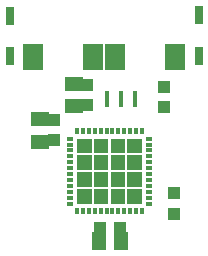
<source format=gbr>
G04 EAGLE Gerber RS-274X export*
G75*
%MOMM*%
%FSLAX34Y34*%
%LPD*%
%INSolderpaste Bottom*%
%IPPOS*%
%AMOC8*
5,1,8,0,0,1.08239X$1,22.5*%
G01*
%ADD10R,0.400000X1.399997*%
%ADD11R,1.100000X1.000000*%
%ADD12R,1.000000X1.100000*%
%ADD13R,1.500000X1.300000*%
%ADD14R,1.300000X1.500000*%
%ADD15R,0.297181X0.550000*%
%ADD16R,0.550000X0.297181*%
%ADD17R,1.800000X2.200000*%
%ADD18R,0.800000X1.600000*%

G36*
X30425Y115574D02*
X30425Y115574D01*
X30427Y115573D01*
X30470Y115593D01*
X30514Y115611D01*
X30514Y115613D01*
X30516Y115614D01*
X30549Y115699D01*
X30549Y127923D01*
X30548Y127925D01*
X30549Y127927D01*
X30529Y127970D01*
X30511Y128014D01*
X30509Y128014D01*
X30508Y128016D01*
X30423Y128049D01*
X18199Y128049D01*
X18197Y128048D01*
X18195Y128049D01*
X18152Y128029D01*
X18108Y128011D01*
X18108Y128009D01*
X18106Y128008D01*
X18073Y127923D01*
X18073Y115699D01*
X18074Y115697D01*
X18073Y115695D01*
X18093Y115652D01*
X18111Y115608D01*
X18113Y115608D01*
X18114Y115606D01*
X18199Y115573D01*
X30423Y115573D01*
X30425Y115574D01*
G37*
G36*
X16201Y115574D02*
X16201Y115574D01*
X16203Y115573D01*
X16246Y115593D01*
X16290Y115611D01*
X16290Y115613D01*
X16292Y115614D01*
X16325Y115699D01*
X16325Y127923D01*
X16324Y127925D01*
X16325Y127927D01*
X16305Y127970D01*
X16287Y128014D01*
X16285Y128014D01*
X16284Y128016D01*
X16199Y128049D01*
X3975Y128049D01*
X3973Y128048D01*
X3971Y128049D01*
X3928Y128029D01*
X3884Y128011D01*
X3884Y128009D01*
X3882Y128008D01*
X3849Y127923D01*
X3849Y115699D01*
X3850Y115697D01*
X3849Y115695D01*
X3869Y115652D01*
X3887Y115608D01*
X3889Y115608D01*
X3890Y115606D01*
X3975Y115573D01*
X16199Y115573D01*
X16201Y115574D01*
G37*
G36*
X1977Y115574D02*
X1977Y115574D01*
X1979Y115573D01*
X2022Y115593D01*
X2066Y115611D01*
X2066Y115613D01*
X2068Y115614D01*
X2101Y115699D01*
X2101Y127923D01*
X2100Y127925D01*
X2101Y127927D01*
X2081Y127970D01*
X2063Y128014D01*
X2061Y128014D01*
X2060Y128016D01*
X1975Y128049D01*
X-10249Y128049D01*
X-10251Y128048D01*
X-10253Y128049D01*
X-10296Y128029D01*
X-10340Y128011D01*
X-10340Y128009D01*
X-10342Y128008D01*
X-10375Y127923D01*
X-10375Y115699D01*
X-10374Y115697D01*
X-10375Y115695D01*
X-10355Y115652D01*
X-10337Y115608D01*
X-10335Y115608D01*
X-10334Y115606D01*
X-10249Y115573D01*
X1975Y115573D01*
X1977Y115574D01*
G37*
G36*
X-12247Y115574D02*
X-12247Y115574D01*
X-12245Y115573D01*
X-12202Y115593D01*
X-12158Y115611D01*
X-12158Y115613D01*
X-12156Y115614D01*
X-12123Y115699D01*
X-12123Y127923D01*
X-12124Y127925D01*
X-12123Y127927D01*
X-12143Y127970D01*
X-12161Y128014D01*
X-12163Y128014D01*
X-12164Y128016D01*
X-12249Y128049D01*
X-24473Y128049D01*
X-24475Y128048D01*
X-24477Y128049D01*
X-24520Y128029D01*
X-24564Y128011D01*
X-24564Y128009D01*
X-24566Y128008D01*
X-24599Y127923D01*
X-24599Y115699D01*
X-24598Y115697D01*
X-24599Y115695D01*
X-24579Y115652D01*
X-24561Y115608D01*
X-24559Y115608D01*
X-24558Y115606D01*
X-24473Y115573D01*
X-12249Y115573D01*
X-12247Y115574D01*
G37*
G36*
X30425Y101350D02*
X30425Y101350D01*
X30427Y101349D01*
X30470Y101369D01*
X30514Y101387D01*
X30514Y101389D01*
X30516Y101390D01*
X30549Y101475D01*
X30549Y113699D01*
X30548Y113701D01*
X30549Y113703D01*
X30529Y113746D01*
X30511Y113790D01*
X30509Y113790D01*
X30508Y113792D01*
X30423Y113825D01*
X18199Y113825D01*
X18197Y113824D01*
X18195Y113825D01*
X18152Y113805D01*
X18108Y113787D01*
X18108Y113785D01*
X18106Y113784D01*
X18073Y113699D01*
X18073Y101475D01*
X18074Y101473D01*
X18073Y101471D01*
X18093Y101428D01*
X18111Y101384D01*
X18113Y101384D01*
X18114Y101382D01*
X18199Y101349D01*
X30423Y101349D01*
X30425Y101350D01*
G37*
G36*
X-12247Y101350D02*
X-12247Y101350D01*
X-12245Y101349D01*
X-12202Y101369D01*
X-12158Y101387D01*
X-12158Y101389D01*
X-12156Y101390D01*
X-12123Y101475D01*
X-12123Y113699D01*
X-12124Y113701D01*
X-12123Y113703D01*
X-12143Y113746D01*
X-12161Y113790D01*
X-12163Y113790D01*
X-12164Y113792D01*
X-12249Y113825D01*
X-24473Y113825D01*
X-24475Y113824D01*
X-24477Y113825D01*
X-24520Y113805D01*
X-24564Y113787D01*
X-24564Y113785D01*
X-24566Y113784D01*
X-24599Y113699D01*
X-24599Y101475D01*
X-24598Y101473D01*
X-24599Y101471D01*
X-24579Y101428D01*
X-24561Y101384D01*
X-24559Y101384D01*
X-24558Y101382D01*
X-24473Y101349D01*
X-12249Y101349D01*
X-12247Y101350D01*
G37*
G36*
X1977Y101350D02*
X1977Y101350D01*
X1979Y101349D01*
X2022Y101369D01*
X2066Y101387D01*
X2066Y101389D01*
X2068Y101390D01*
X2101Y101475D01*
X2101Y113699D01*
X2100Y113701D01*
X2101Y113703D01*
X2081Y113746D01*
X2063Y113790D01*
X2061Y113790D01*
X2060Y113792D01*
X1975Y113825D01*
X-10249Y113825D01*
X-10251Y113824D01*
X-10253Y113825D01*
X-10296Y113805D01*
X-10340Y113787D01*
X-10340Y113785D01*
X-10342Y113784D01*
X-10375Y113699D01*
X-10375Y101475D01*
X-10374Y101473D01*
X-10375Y101471D01*
X-10355Y101428D01*
X-10337Y101384D01*
X-10335Y101384D01*
X-10334Y101382D01*
X-10249Y101349D01*
X1975Y101349D01*
X1977Y101350D01*
G37*
G36*
X16201Y101350D02*
X16201Y101350D01*
X16203Y101349D01*
X16246Y101369D01*
X16290Y101387D01*
X16290Y101389D01*
X16292Y101390D01*
X16325Y101475D01*
X16325Y113699D01*
X16324Y113701D01*
X16325Y113703D01*
X16305Y113746D01*
X16287Y113790D01*
X16285Y113790D01*
X16284Y113792D01*
X16199Y113825D01*
X3975Y113825D01*
X3973Y113824D01*
X3971Y113825D01*
X3928Y113805D01*
X3884Y113787D01*
X3884Y113785D01*
X3882Y113784D01*
X3849Y113699D01*
X3849Y101475D01*
X3850Y101473D01*
X3849Y101471D01*
X3869Y101428D01*
X3887Y101384D01*
X3889Y101384D01*
X3890Y101382D01*
X3975Y101349D01*
X16199Y101349D01*
X16201Y101350D01*
G37*
G36*
X1977Y87126D02*
X1977Y87126D01*
X1979Y87125D01*
X2022Y87145D01*
X2066Y87163D01*
X2066Y87165D01*
X2068Y87166D01*
X2101Y87251D01*
X2101Y99475D01*
X2100Y99477D01*
X2101Y99479D01*
X2081Y99522D01*
X2063Y99566D01*
X2061Y99566D01*
X2060Y99568D01*
X1975Y99601D01*
X-10249Y99601D01*
X-10251Y99600D01*
X-10253Y99601D01*
X-10296Y99581D01*
X-10340Y99563D01*
X-10340Y99561D01*
X-10342Y99560D01*
X-10375Y99475D01*
X-10375Y87251D01*
X-10374Y87249D01*
X-10375Y87247D01*
X-10355Y87204D01*
X-10337Y87160D01*
X-10335Y87160D01*
X-10334Y87158D01*
X-10249Y87125D01*
X1975Y87125D01*
X1977Y87126D01*
G37*
G36*
X30425Y87126D02*
X30425Y87126D01*
X30427Y87125D01*
X30470Y87145D01*
X30514Y87163D01*
X30514Y87165D01*
X30516Y87166D01*
X30549Y87251D01*
X30549Y99475D01*
X30548Y99477D01*
X30549Y99479D01*
X30529Y99522D01*
X30511Y99566D01*
X30509Y99566D01*
X30508Y99568D01*
X30423Y99601D01*
X18199Y99601D01*
X18197Y99600D01*
X18195Y99601D01*
X18152Y99581D01*
X18108Y99563D01*
X18108Y99561D01*
X18106Y99560D01*
X18073Y99475D01*
X18073Y87251D01*
X18074Y87249D01*
X18073Y87247D01*
X18093Y87204D01*
X18111Y87160D01*
X18113Y87160D01*
X18114Y87158D01*
X18199Y87125D01*
X30423Y87125D01*
X30425Y87126D01*
G37*
G36*
X16201Y87126D02*
X16201Y87126D01*
X16203Y87125D01*
X16246Y87145D01*
X16290Y87163D01*
X16290Y87165D01*
X16292Y87166D01*
X16325Y87251D01*
X16325Y99475D01*
X16324Y99477D01*
X16325Y99479D01*
X16305Y99522D01*
X16287Y99566D01*
X16285Y99566D01*
X16284Y99568D01*
X16199Y99601D01*
X3975Y99601D01*
X3973Y99600D01*
X3971Y99601D01*
X3928Y99581D01*
X3884Y99563D01*
X3884Y99561D01*
X3882Y99560D01*
X3849Y99475D01*
X3849Y87251D01*
X3850Y87249D01*
X3849Y87247D01*
X3869Y87204D01*
X3887Y87160D01*
X3889Y87160D01*
X3890Y87158D01*
X3975Y87125D01*
X16199Y87125D01*
X16201Y87126D01*
G37*
G36*
X-12247Y87126D02*
X-12247Y87126D01*
X-12245Y87125D01*
X-12202Y87145D01*
X-12158Y87163D01*
X-12158Y87165D01*
X-12156Y87166D01*
X-12123Y87251D01*
X-12123Y99475D01*
X-12124Y99477D01*
X-12123Y99479D01*
X-12143Y99522D01*
X-12161Y99566D01*
X-12163Y99566D01*
X-12164Y99568D01*
X-12249Y99601D01*
X-24473Y99601D01*
X-24475Y99600D01*
X-24477Y99601D01*
X-24520Y99581D01*
X-24564Y99563D01*
X-24564Y99561D01*
X-24566Y99560D01*
X-24599Y99475D01*
X-24599Y87251D01*
X-24598Y87249D01*
X-24599Y87247D01*
X-24579Y87204D01*
X-24561Y87160D01*
X-24559Y87160D01*
X-24558Y87158D01*
X-24473Y87125D01*
X-12249Y87125D01*
X-12247Y87126D01*
G37*
G36*
X16201Y72902D02*
X16201Y72902D01*
X16203Y72901D01*
X16246Y72921D01*
X16290Y72939D01*
X16290Y72941D01*
X16292Y72942D01*
X16325Y73027D01*
X16325Y85251D01*
X16324Y85253D01*
X16325Y85255D01*
X16305Y85298D01*
X16287Y85342D01*
X16285Y85342D01*
X16284Y85344D01*
X16199Y85377D01*
X3975Y85377D01*
X3973Y85376D01*
X3971Y85377D01*
X3928Y85357D01*
X3884Y85339D01*
X3884Y85337D01*
X3882Y85336D01*
X3849Y85251D01*
X3849Y73027D01*
X3850Y73025D01*
X3849Y73023D01*
X3869Y72980D01*
X3887Y72936D01*
X3889Y72936D01*
X3890Y72934D01*
X3975Y72901D01*
X16199Y72901D01*
X16201Y72902D01*
G37*
G36*
X1977Y72902D02*
X1977Y72902D01*
X1979Y72901D01*
X2022Y72921D01*
X2066Y72939D01*
X2066Y72941D01*
X2068Y72942D01*
X2101Y73027D01*
X2101Y85251D01*
X2100Y85253D01*
X2101Y85255D01*
X2081Y85298D01*
X2063Y85342D01*
X2061Y85342D01*
X2060Y85344D01*
X1975Y85377D01*
X-10249Y85377D01*
X-10251Y85376D01*
X-10253Y85377D01*
X-10296Y85357D01*
X-10340Y85339D01*
X-10340Y85337D01*
X-10342Y85336D01*
X-10375Y85251D01*
X-10375Y73027D01*
X-10374Y73025D01*
X-10375Y73023D01*
X-10355Y72980D01*
X-10337Y72936D01*
X-10335Y72936D01*
X-10334Y72934D01*
X-10249Y72901D01*
X1975Y72901D01*
X1977Y72902D01*
G37*
G36*
X-12247Y72902D02*
X-12247Y72902D01*
X-12245Y72901D01*
X-12202Y72921D01*
X-12158Y72939D01*
X-12158Y72941D01*
X-12156Y72942D01*
X-12123Y73027D01*
X-12123Y85251D01*
X-12124Y85253D01*
X-12123Y85255D01*
X-12143Y85298D01*
X-12161Y85342D01*
X-12163Y85342D01*
X-12164Y85344D01*
X-12249Y85377D01*
X-24473Y85377D01*
X-24475Y85376D01*
X-24477Y85377D01*
X-24520Y85357D01*
X-24564Y85339D01*
X-24564Y85337D01*
X-24566Y85336D01*
X-24599Y85251D01*
X-24599Y73027D01*
X-24598Y73025D01*
X-24599Y73023D01*
X-24579Y72980D01*
X-24561Y72936D01*
X-24559Y72936D01*
X-24558Y72934D01*
X-24473Y72901D01*
X-12249Y72901D01*
X-12247Y72902D01*
G37*
G36*
X30425Y72902D02*
X30425Y72902D01*
X30427Y72901D01*
X30470Y72921D01*
X30514Y72939D01*
X30514Y72941D01*
X30516Y72942D01*
X30549Y73027D01*
X30549Y85251D01*
X30548Y85253D01*
X30549Y85255D01*
X30529Y85298D01*
X30511Y85342D01*
X30509Y85342D01*
X30508Y85344D01*
X30423Y85377D01*
X18199Y85377D01*
X18197Y85376D01*
X18195Y85377D01*
X18152Y85357D01*
X18108Y85339D01*
X18108Y85337D01*
X18106Y85336D01*
X18073Y85251D01*
X18073Y73027D01*
X18074Y73025D01*
X18073Y73023D01*
X18093Y72980D01*
X18111Y72936D01*
X18113Y72936D01*
X18114Y72934D01*
X18199Y72901D01*
X30423Y72901D01*
X30425Y72902D01*
G37*
D10*
X24700Y161925D03*
X12700Y161925D03*
X700Y161925D03*
D11*
X57150Y81525D03*
X57150Y64525D03*
X49213Y172013D03*
X49213Y155013D03*
D12*
X-15875Y156600D03*
X-15875Y173600D03*
X-44450Y143438D03*
X-44450Y126438D03*
D11*
X-5325Y52388D03*
X11675Y52388D03*
D13*
X-26988Y155600D03*
X-26988Y174600D03*
X-55563Y144438D03*
X-55563Y125438D03*
D14*
X-6325Y41275D03*
X12675Y41275D03*
D15*
X-24532Y134275D03*
X-19531Y134275D03*
X-14529Y134275D03*
X-9528Y134275D03*
X-4527Y134275D03*
X474Y134275D03*
X5476Y134275D03*
X10477Y134275D03*
X15478Y134275D03*
X20479Y134275D03*
X25481Y134275D03*
X30482Y134275D03*
D16*
X36775Y127982D03*
X36775Y122981D03*
X36775Y117979D03*
X36775Y112978D03*
X36775Y107977D03*
X36775Y102976D03*
X36775Y97974D03*
X36775Y92973D03*
X36775Y87972D03*
X36775Y82971D03*
X36775Y77969D03*
X36775Y72968D03*
D15*
X30482Y66675D03*
X25481Y66675D03*
X20479Y66675D03*
X15478Y66675D03*
X10477Y66675D03*
X5476Y66675D03*
X474Y66675D03*
X-4527Y66675D03*
X-9528Y66675D03*
X-14529Y66675D03*
X-19531Y66675D03*
X-24532Y66675D03*
D16*
X-30825Y72968D03*
X-30825Y77969D03*
X-30825Y82971D03*
X-30825Y87972D03*
X-30825Y92973D03*
X-30825Y97974D03*
X-30825Y102976D03*
X-30825Y107977D03*
X-30825Y112978D03*
X-30825Y117979D03*
X-30825Y122981D03*
X-30825Y127982D03*
D17*
X58838Y196850D03*
X7838Y196850D03*
X-11013Y196850D03*
X-62013Y196850D03*
D18*
X78369Y232319D03*
X78369Y198319D03*
X-81544Y231894D03*
X-81544Y197894D03*
M02*

</source>
